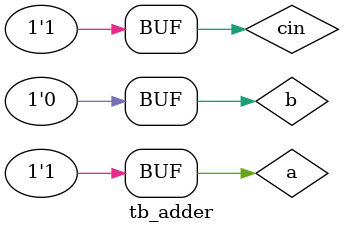
<source format=v>
`timescale 1ns / 1ps


module tb_adder(

    );
    wire sum_ha, cout_ha, sum_fa, cout_fa;
    reg a, b, cin;
    ha ha0(sum_ha, cout_ha, a, b);
    fa fa0(sum_fa, cout_fa, a, b, cin);
    initial begin
        a <= 1;
        b <= 0;
        cin <= 1;
    end
endmodule

</source>
